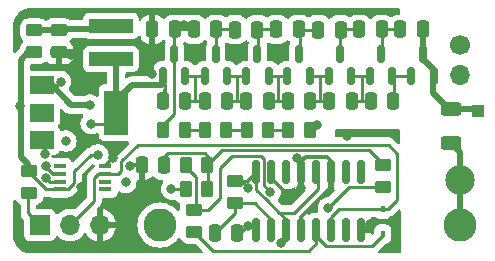
<source format=gbr>
%TF.GenerationSoftware,KiCad,Pcbnew,8.99.0-unknown-2123e2ca9c~177~ubuntu22.04.1*%
%TF.CreationDate,2024-04-04T17:44:23+09:00*%
%TF.ProjectId,SafePulse,53616665-5075-46c7-9365-2e6b69636164,V1.2.4*%
%TF.SameCoordinates,PX78d49e0PY49c7f08*%
%TF.FileFunction,Copper,L1,Top*%
%TF.FilePolarity,Positive*%
%FSLAX46Y46*%
G04 Gerber Fmt 4.6, Leading zero omitted, Abs format (unit mm)*
G04 Created by KiCad (PCBNEW 8.99.0-unknown-2123e2ca9c~177~ubuntu22.04.1) date 2024-04-04 17:44:23*
%MOMM*%
%LPD*%
G01*
G04 APERTURE LIST*
G04 Aperture macros list*
%AMRoundRect*
0 Rectangle with rounded corners*
0 $1 Rounding radius*
0 $2 $3 $4 $5 $6 $7 $8 $9 X,Y pos of 4 corners*
0 Add a 4 corners polygon primitive as box body*
4,1,4,$2,$3,$4,$5,$6,$7,$8,$9,$2,$3,0*
0 Add four circle primitives for the rounded corners*
1,1,$1+$1,$2,$3*
1,1,$1+$1,$4,$5*
1,1,$1+$1,$6,$7*
1,1,$1+$1,$8,$9*
0 Add four rect primitives between the rounded corners*
20,1,$1+$1,$2,$3,$4,$5,0*
20,1,$1+$1,$4,$5,$6,$7,0*
20,1,$1+$1,$6,$7,$8,$9,0*
20,1,$1+$1,$8,$9,$2,$3,0*%
G04 Aperture macros list end*
%TA.AperFunction,SMDPad,CuDef*%
%ADD10RoundRect,0.250000X-0.250000X-0.475000X0.250000X-0.475000X0.250000X0.475000X-0.250000X0.475000X0*%
%TD*%
%TA.AperFunction,SMDPad,CuDef*%
%ADD11RoundRect,0.250000X0.450000X-0.262500X0.450000X0.262500X-0.450000X0.262500X-0.450000X-0.262500X0*%
%TD*%
%TA.AperFunction,ComponentPad*%
%ADD12C,1.700000*%
%TD*%
%TA.AperFunction,ComponentPad*%
%ADD13O,1.700000X1.700000*%
%TD*%
%TA.AperFunction,ComponentPad*%
%ADD14C,2.500000*%
%TD*%
%TA.AperFunction,ComponentPad*%
%ADD15C,2.800000*%
%TD*%
%TA.AperFunction,SMDPad,CuDef*%
%ADD16RoundRect,0.150000X0.150000X-0.587500X0.150000X0.587500X-0.150000X0.587500X-0.150000X-0.587500X0*%
%TD*%
%TA.AperFunction,SMDPad,CuDef*%
%ADD17RoundRect,0.250000X-0.450000X0.262500X-0.450000X-0.262500X0.450000X-0.262500X0.450000X0.262500X0*%
%TD*%
%TA.AperFunction,SMDPad,CuDef*%
%ADD18RoundRect,0.250000X0.262500X0.450000X-0.262500X0.450000X-0.262500X-0.450000X0.262500X-0.450000X0*%
%TD*%
%TA.AperFunction,SMDPad,CuDef*%
%ADD19RoundRect,0.250000X-0.475000X0.250000X-0.475000X-0.250000X0.475000X-0.250000X0.475000X0.250000X0*%
%TD*%
%TA.AperFunction,ComponentPad*%
%ADD20R,1.700000X1.700000*%
%TD*%
%TA.AperFunction,SMDPad,CuDef*%
%ADD21RoundRect,0.250000X-0.625000X0.312500X-0.625000X-0.312500X0.625000X-0.312500X0.625000X0.312500X0*%
%TD*%
%TA.AperFunction,SMDPad,CuDef*%
%ADD22R,3.700000X1.200000*%
%TD*%
%TA.AperFunction,SMDPad,CuDef*%
%ADD23RoundRect,0.250000X-0.262500X-0.450000X0.262500X-0.450000X0.262500X0.450000X-0.262500X0.450000X0*%
%TD*%
%TA.AperFunction,SMDPad,CuDef*%
%ADD24RoundRect,0.150000X0.150000X-0.825000X0.150000X0.825000X-0.150000X0.825000X-0.150000X-0.825000X0*%
%TD*%
%TA.AperFunction,SMDPad,CuDef*%
%ADD25R,2.000000X1.500000*%
%TD*%
%TA.AperFunction,SMDPad,CuDef*%
%ADD26R,2.000000X3.800000*%
%TD*%
%TA.AperFunction,SMDPad,CuDef*%
%ADD27R,0.450000X0.600000*%
%TD*%
%TA.AperFunction,SMDPad,CuDef*%
%ADD28R,1.000000X1.000000*%
%TD*%
%TA.AperFunction,SMDPad,CuDef*%
%ADD29RoundRect,0.250000X0.250000X0.475000X-0.250000X0.475000X-0.250000X-0.475000X0.250000X-0.475000X0*%
%TD*%
%TA.AperFunction,SMDPad,CuDef*%
%ADD30R,1.075000X0.450000*%
%TD*%
%TA.AperFunction,ViaPad*%
%ADD31C,0.800000*%
%TD*%
%TA.AperFunction,Conductor*%
%ADD32C,0.250000*%
%TD*%
%TA.AperFunction,Conductor*%
%ADD33C,0.330200*%
%TD*%
%TA.AperFunction,Conductor*%
%ADD34C,0.500000*%
%TD*%
G04 APERTURE END LIST*
D10*
%TO.P,C11,1*%
%TO.N,Net-(C11-Pad1)*%
X19268666Y12315000D03*
%TO.P,C11,2*%
%TO.N,Net-(C11-Pad2)*%
X21168666Y12315000D03*
%TD*%
D11*
%TO.P,F1,1*%
%TO.N,Net-(F1-Pad1)*%
X900000Y4537500D03*
%TO.P,F1,2*%
%TO.N,+3V3*%
X900000Y6362500D03*
%TD*%
D12*
%TO.P,two_pinheader1,1,Pin_1*%
%TO.N,unconnected-(two_pinheader1-Pad1)*%
X37360000Y17040000D03*
D13*
%TO.P,two_pinheader1,2,Pin_2*%
%TO.N,unconnected-(two_pinheader1-Pad2)*%
X37360000Y14500000D03*
%TD*%
D10*
%TO.P,C9,1*%
%TO.N,Net-(C7-Pad2)*%
X15748333Y12315000D03*
%TO.P,C9,2*%
%TO.N,Net-(C11-Pad1)*%
X17648333Y12315000D03*
%TD*%
D14*
%TO.P,H2,1,1*%
%TO.N,Net-(H2-Pad1)*%
X37360000Y5610000D03*
%TD*%
D15*
%TO.P,H4,1,1*%
%TO.N,Net-(H2-Pad1)*%
X37360000Y1800000D03*
%TD*%
D16*
%TO.P,D8,1,K*%
%TO.N,Net-(C15-Pad2)*%
X29750000Y14427500D03*
%TO.P,D8,2,A*%
%TO.N,Net-(C17-Pad2)*%
X31650000Y14427500D03*
%TO.P,D8,3,K*%
%TO.N,Net-(C16-Pad2)*%
X30700000Y16302500D03*
%TD*%
%TO.P,D4,1,K*%
%TO.N,Net-(C7-Pad2)*%
X15750000Y14427500D03*
%TO.P,D4,2,A*%
%TO.N,Net-(C11-Pad1)*%
X17650000Y14427500D03*
%TO.P,D4,3,K*%
%TO.N,Net-(C10-Pad1)*%
X16700000Y16302500D03*
%TD*%
D10*
%TO.P,C12,1*%
%TO.N,Net-(C10-Pad2)*%
X21830000Y18365000D03*
%TO.P,C12,2*%
%TO.N,Net-(C12-Pad2)*%
X23730000Y18365000D03*
%TD*%
%TO.P,C13,1*%
%TO.N,Net-(C11-Pad2)*%
X22788999Y12315000D03*
%TO.P,C13,2*%
%TO.N,Net-(C13-Pad2)*%
X24688999Y12315000D03*
%TD*%
D17*
%TO.P,R17,1*%
%TO.N,Net-(C19-Pad1)*%
X30820000Y6845000D03*
%TO.P,R17,2*%
%TO.N,Net-(Q3-Pad2)*%
X30820000Y5020000D03*
%TD*%
D10*
%TO.P,C10,1*%
%TO.N,Net-(C10-Pad1)*%
X18320000Y18355000D03*
%TO.P,C10,2*%
%TO.N,Net-(C10-Pad2)*%
X20220000Y18355000D03*
%TD*%
D16*
%TO.P,D3,1,K*%
%TO.N,Net-(C7-Pad1)*%
X12228000Y14451500D03*
%TO.P,D3,2,A*%
%TO.N,Net-(C7-Pad2)*%
X14128000Y14451500D03*
%TO.P,D3,3,K*%
%TO.N,Net-(C6-Pad2)*%
X13178000Y16326500D03*
%TD*%
D18*
%TO.P,R8,1*%
%TO.N,Net-(R7-Pad2)*%
X21124498Y9845000D03*
%TO.P,R8,2*%
%TO.N,Net-(R8-Pad2)*%
X19299498Y9845000D03*
%TD*%
D11*
%TO.P,FB2,1*%
%TO.N,+3V3*%
X1320000Y16452500D03*
%TO.P,FB2,2*%
%TO.N,Net-(C5-Pad1)*%
X1320000Y18277500D03*
%TD*%
D18*
%TO.P,R7,1*%
%TO.N,Net-(R23-Pad1)*%
X24651499Y9845000D03*
%TO.P,R7,2*%
%TO.N,Net-(R7-Pad2)*%
X22826499Y9845000D03*
%TD*%
D17*
%TO.P,R6,1*%
%TO.N,Net-(R6-Pad1)*%
X18320000Y5507500D03*
%TO.P,R6,2*%
%TO.N,Net-(C3-Pad1)*%
X18320000Y3682500D03*
%TD*%
D10*
%TO.P,C15,1*%
%TO.N,Net-(C13-Pad2)*%
X26309332Y12315000D03*
%TO.P,C15,2*%
%TO.N,Net-(C15-Pad2)*%
X28209332Y12315000D03*
%TD*%
D16*
%TO.P,D6,1,K*%
%TO.N,Net-(C11-Pad2)*%
X22750000Y14427500D03*
%TO.P,D6,2,A*%
%TO.N,Net-(C13-Pad2)*%
X24650000Y14427500D03*
%TO.P,D6,3,K*%
%TO.N,Net-(C12-Pad2)*%
X23700000Y16302500D03*
%TD*%
D15*
%TO.P,H1,1,1*%
%TO.N,Net-(H1-Pad1)*%
X11960000Y1800000D03*
%TD*%
D16*
%TO.P,D7,1,K*%
%TO.N,Net-(C13-Pad2)*%
X26250000Y14427500D03*
%TO.P,D7,2,A*%
%TO.N,Net-(C15-Pad2)*%
X28150000Y14427500D03*
%TO.P,D7,3,K*%
%TO.N,Net-(C14-Pad2)*%
X27200000Y16302500D03*
%TD*%
D10*
%TO.P,C6,1*%
%TO.N,GND*%
X11330000Y18375000D03*
%TO.P,C6,2*%
%TO.N,Net-(C6-Pad2)*%
X13230000Y18375000D03*
%TD*%
D19*
%TO.P,C5,1*%
%TO.N,Net-(C5-Pad1)*%
X3400000Y18315000D03*
%TO.P,C5,2*%
%TO.N,GND*%
X3400000Y16415000D03*
%TD*%
D20*
%TO.P,J1,1,Pin_1*%
%TO.N,Net-(F1-Pad1)*%
X1800000Y1800000D03*
D13*
%TO.P,J1,2,Pin_2*%
%TO.N,Net-(D2-Pad2)*%
X4340000Y1800000D03*
%TO.P,J1,3,Pin_3*%
%TO.N,GND*%
X6880000Y1800000D03*
%TD*%
D21*
%TO.P,R1,1*%
%TO.N,Net-(C18-Pad2)*%
X36598000Y11644500D03*
%TO.P,R1,2*%
%TO.N,Net-(H2-Pad1)*%
X36598000Y8719500D03*
%TD*%
D10*
%TO.P,C17,1*%
%TO.N,Net-(C15-Pad2)*%
X29829665Y12315000D03*
%TO.P,C17,2*%
%TO.N,Net-(C17-Pad2)*%
X31729665Y12315000D03*
%TD*%
D18*
%TO.P,R18,1*%
%TO.N,Net-(C19-Pad1)*%
X15982500Y4845000D03*
%TO.P,R18,2*%
%TO.N,+3V3*%
X14157500Y4845000D03*
%TD*%
D10*
%TO.P,C7,1*%
%TO.N,Net-(C7-Pad1)*%
X12228000Y12315000D03*
%TO.P,C7,2*%
%TO.N,Net-(C7-Pad2)*%
X14128000Y12315000D03*
%TD*%
%TO.P,C14,1*%
%TO.N,Net-(C12-Pad2)*%
X25360000Y18355000D03*
%TO.P,C14,2*%
%TO.N,Net-(C14-Pad2)*%
X27260000Y18355000D03*
%TD*%
D22*
%TO.P,L1,1,1*%
%TO.N,Net-(C5-Pad1)*%
X7800000Y18665000D03*
%TO.P,L1,2,2*%
%TO.N,Net-(C7-Pad1)*%
X7800000Y15865000D03*
%TD*%
D11*
%TO.P,R11,1*%
%TO.N,Net-(D2-Pad1)*%
X14850000Y1237500D03*
%TO.P,R11,2*%
%TO.N,Net-(Q2-Pad3)*%
X14850000Y3062500D03*
%TD*%
D23*
%TO.P,R10,1*%
%TO.N,Net-(C6-Pad2)*%
X12245500Y9845000D03*
%TO.P,R10,2*%
%TO.N,Net-(R10-Pad2)*%
X14070500Y9845000D03*
%TD*%
D10*
%TO.P,C18,1*%
%TO.N,Net-(C16-Pad2)*%
X32320000Y18365000D03*
%TO.P,C18,2*%
%TO.N,Net-(C18-Pad2)*%
X34220000Y18365000D03*
%TD*%
D18*
%TO.P,R9,1*%
%TO.N,Net-(R8-Pad2)*%
X17597499Y9845000D03*
%TO.P,R9,2*%
%TO.N,Net-(R10-Pad2)*%
X15772499Y9845000D03*
%TD*%
%TO.P,R13,1*%
%TO.N,Net-(C19-Pad1)*%
X15982500Y6845000D03*
%TO.P,R13,2*%
%TO.N,Net-(Q2-Pad3)*%
X14157500Y6845000D03*
%TD*%
D10*
%TO.P,C16,1*%
%TO.N,Net-(C14-Pad2)*%
X28840000Y18365000D03*
%TO.P,C16,2*%
%TO.N,Net-(C16-Pad2)*%
X30740000Y18365000D03*
%TD*%
D24*
%TO.P,U4,1,VSS*%
%TO.N,GND*%
X20125000Y1370000D03*
%TO.P,U4,2,RxCx*%
%TO.N,Net-(C3-Pad1)*%
X21395000Y1370000D03*
%TO.P,U4,3,R*%
%TO.N,Net-(R6-Pad1)*%
X22665000Y1370000D03*
%TO.P,U4,4,Clk+*%
%TO.N,GND*%
X23935000Y1370000D03*
%TO.P,U4,5,Clk-*%
%TO.N,Net-(D2-Pad1)*%
X25205000Y1370000D03*
%TO.P,U4,6,Q*%
%TO.N,Net-(D2-Pad2)*%
X26475000Y1370000D03*
%TO.P,U4,7,~{Q}*%
%TO.N,unconnected-(U4-Pad7)*%
X27745000Y1370000D03*
%TO.P,U4,8,VSS*%
%TO.N,GND*%
X29015000Y1370000D03*
%TO.P,U4,9,~{Q}*%
%TO.N,unconnected-(U4-Pad9)*%
X29015000Y6320000D03*
%TO.P,U4,10,Q*%
%TO.N,unconnected-(U4-Pad10)*%
X27745000Y6320000D03*
%TO.P,U4,11,Clk-*%
%TO.N,GND*%
X26475000Y6320000D03*
%TO.P,U4,12,Clk+*%
%TO.N,Net-(R6-Pad1)*%
X25205000Y6320000D03*
%TO.P,U4,13,R*%
%TO.N,GND*%
X23935000Y6320000D03*
%TO.P,U4,14,RxCx*%
%TO.N,unconnected-(U4-Pad14)*%
X22665000Y6320000D03*
%TO.P,U4,15,VSS*%
%TO.N,GND*%
X21395000Y6320000D03*
%TO.P,U4,16,VDD*%
%TO.N,Net-(R6-Pad1)*%
X20125000Y6320000D03*
%TD*%
D25*
%TO.P,Q1,1,G*%
%TO.N,Net-(Q1-Pad1)*%
X1976000Y13625000D03*
%TO.P,Q1,3,S*%
%TO.N,GND*%
X1976000Y9025000D03*
D26*
%TO.P,Q1,4,D*%
%TO.N,Net-(C7-Pad1)*%
X8276000Y11325000D03*
D25*
%TO.P,Q1,NC*%
%TO.N,N/C*%
X1976000Y11325000D03*
%TD*%
D16*
%TO.P,D9,1,K*%
%TO.N,Net-(C17-Pad2)*%
X33250000Y14427500D03*
%TO.P,D9,2,A*%
%TO.N,Net-(C18-Pad2)*%
X35150000Y14427500D03*
%TO.P,D9,3,K*%
X34200000Y16302500D03*
%TD*%
D27*
%TO.P,D2,1,K*%
%TO.N,Net-(D2-Pad1)*%
X30820000Y1045000D03*
%TO.P,D2,2,A*%
%TO.N,Net-(D2-Pad2)*%
X30820000Y3145000D03*
%TD*%
D28*
%TO.P,TP7,1,1*%
%TO.N,Net-(C18-Pad2)*%
X38884000Y11452000D03*
%TD*%
D29*
%TO.P,C19,1*%
%TO.N,Net-(C19-Pad1)*%
X12320000Y6845000D03*
%TO.P,C19,2*%
%TO.N,GND*%
X10420000Y6845000D03*
%TD*%
D10*
%TO.P,C8,1*%
%TO.N,Net-(C6-Pad2)*%
X14830000Y18375000D03*
%TO.P,C8,2*%
%TO.N,Net-(C10-Pad1)*%
X16730000Y18375000D03*
%TD*%
D16*
%TO.P,D5,1,K*%
%TO.N,Net-(C11-Pad1)*%
X19268666Y14427500D03*
%TO.P,D5,2,A*%
%TO.N,Net-(C11-Pad2)*%
X21168666Y14427500D03*
%TO.P,D5,3,K*%
%TO.N,Net-(C10-Pad2)*%
X20218666Y16302500D03*
%TD*%
D30*
%TO.P,IC1,1,~RST*%
%TO.N,unconnected-(IC1-Pad1)*%
X7338000Y4825000D03*
%TO.P,IC1,2,NC*%
%TO.N,unconnected-(IC1-Pad2)*%
X7338000Y5475000D03*
%TO.P,IC1,3,CLKIN*%
%TO.N,Net-(D2-Pad2)*%
X7338000Y6125000D03*
%TO.P,IC1,4,VSS*%
%TO.N,GND*%
X7338000Y6775000D03*
%TO.P,IC1,5,LOOP*%
%TO.N,unconnected-(IC1-Pad5)*%
X3462000Y6775000D03*
%TO.P,IC1,6,SDA*%
%TO.N,Net-(IC1-Pad6)*%
X3462000Y6125000D03*
%TO.P,IC1,7,SCL*%
%TO.N,Net-(IC1-Pad7)*%
X3462000Y5475000D03*
%TO.P,IC1,8,VDD*%
%TO.N,+3V3*%
X3462000Y4825000D03*
%TD*%
D10*
%TO.P,C3,1*%
%TO.N,Net-(C3-Pad1)*%
X16620000Y1095000D03*
%TO.P,C3,2*%
%TO.N,GND*%
X18520000Y1095000D03*
%TD*%
D31*
%TO.N,GND*%
X19446747Y1733798D03*
X18500000Y16251183D03*
X27800000Y9365000D03*
X23550000Y7463500D03*
X2250000Y7800000D03*
X15000000Y16300000D03*
X22161441Y16315130D03*
X11301303Y14625832D03*
X29750000Y1850000D03*
X7950000Y7450000D03*
X23900000Y4900000D03*
X5300000Y5000000D03*
X9400000Y6800000D03*
X4450000Y16200000D03*
%TO.N,Net-(C7-Pad1)*%
X6150000Y10400000D03*
%TO.N,+3V3*%
X100000Y11900000D03*
X12934500Y4848000D03*
X9064700Y5423900D03*
X6700000Y7750000D03*
%TO.N,Net-(Q2-Pad3)*%
X21320000Y4595000D03*
%TO.N,Net-(Q1-Pad1)*%
X6030000Y11970000D03*
X3550000Y13950000D03*
%TO.N,Net-(Q3-Pad2)*%
X26219800Y3233400D03*
%TO.N,Net-(C6-Pad2)*%
X14000000Y18700000D03*
%TO.N,Net-(R23-Pad1)*%
X25300000Y10300000D03*
%TO.N,Net-(IC1-Pad6)*%
X2300000Y6800000D03*
%TO.N,Net-(IC1-Pad7)*%
X4000000Y8900000D03*
X2300000Y5800000D03*
%TO.N,Net-(R6-Pad1)*%
X19450000Y4950000D03*
X22250000Y251500D03*
%TD*%
D32*
%TO.N,Net-(C3-Pad1)*%
X16620000Y1095000D02*
X18320000Y2795000D01*
X21395000Y2270000D02*
X19982500Y3682500D01*
X21395000Y670000D02*
X21395000Y1370000D01*
X18320000Y2795000D02*
X18320000Y3682500D01*
X21395000Y1370000D02*
X21395000Y2270000D01*
X19982500Y3682500D02*
X18320000Y3682500D01*
D33*
%TO.N,GND*%
X2250000Y7800000D02*
X2250000Y8751000D01*
X11320000Y14644529D02*
X11320000Y18335000D01*
X23900000Y4900000D02*
X23345000Y4345000D01*
D32*
X2346000Y9025000D02*
X2390000Y9025000D01*
D33*
X26475000Y6320000D02*
X26475000Y5000000D01*
X23935000Y2460000D02*
X23935000Y1370000D01*
X29750000Y1850000D02*
X29270000Y1370000D01*
X19446747Y1733798D02*
X18807949Y1095000D01*
X11301303Y14625832D02*
X11320000Y14644529D01*
D32*
X2346000Y9025000D02*
X2390000Y9025000D01*
D33*
X9445000Y6845000D02*
X10420000Y6845000D01*
X18807949Y1095000D02*
X18520000Y1095000D01*
D32*
X2390000Y9025000D02*
X2727000Y9025000D01*
D33*
X21395000Y5770000D02*
X21395000Y6320000D01*
X7338000Y6838000D02*
X7338000Y6775000D01*
X29270000Y1370000D02*
X29015000Y1370000D01*
X24300000Y7595000D02*
X26130000Y7595000D01*
X22820000Y4345000D02*
X21395000Y5770000D01*
D34*
X4450000Y16200000D02*
X4015000Y16200000D01*
D33*
X11320000Y18335000D02*
X11350000Y18365000D01*
X20125000Y1370000D02*
X20125000Y675000D01*
D32*
X1976000Y9025000D02*
X2346000Y9025000D01*
D34*
X4015000Y16200000D02*
X3800000Y16415000D01*
D32*
X1976000Y9025000D02*
X2346000Y9025000D01*
D33*
X23820000Y1485000D02*
X23935000Y1370000D01*
X20125000Y1370000D02*
X19761202Y1733798D01*
X2250000Y8751000D02*
X1976000Y9025000D01*
X19761202Y1733798D02*
X19446747Y1733798D01*
X11350000Y18365000D02*
X11350000Y18715000D01*
X26130000Y7595000D02*
X26475000Y7250000D01*
X11350000Y18365000D02*
X11350000Y18625000D01*
X23935000Y7230000D02*
X24300000Y7595000D01*
X7950000Y7450000D02*
X7338000Y6838000D01*
X9400000Y6800000D02*
X9445000Y6845000D01*
X26475000Y7250000D02*
X26475000Y6320000D01*
X23345000Y4345000D02*
X22820000Y4345000D01*
X26475000Y5000000D02*
X23935000Y2460000D01*
D32*
X1976000Y9025000D02*
X2346000Y9025000D01*
D33*
X23935000Y6320000D02*
X23935000Y7230000D01*
D34*
%TO.N,Net-(C7-Pad1)*%
X8276000Y13301000D02*
X8276000Y15489000D01*
D32*
X7868000Y15897000D02*
X7800000Y15965000D01*
X12350000Y13335000D02*
X12350000Y12365000D01*
X6150000Y10400000D02*
X7351000Y10400000D01*
X12388000Y13709000D02*
X12388000Y13373000D01*
D34*
X8276000Y11325000D02*
X8276000Y13301000D01*
D32*
X7800000Y15965000D02*
X7909000Y15965000D01*
X12173000Y13639000D02*
X12243000Y13709000D01*
D34*
X9614000Y13639000D02*
X8276000Y12301000D01*
D32*
X6700000Y15965000D02*
X7800000Y15965000D01*
X8276000Y13301000D02*
X8276000Y11325000D01*
D34*
X12173000Y13639000D02*
X9614000Y13639000D01*
D32*
X12388000Y13373000D02*
X12350000Y13335000D01*
X12304000Y13769600D02*
X12304000Y14451500D01*
X12243000Y13709000D02*
X12388000Y13709000D01*
X12388000Y13373000D02*
X12388000Y13037000D01*
X7351000Y10400000D02*
X8276000Y11325000D01*
X12243000Y13709000D02*
X12304000Y13769600D01*
X7868000Y15897000D02*
X7800000Y15965000D01*
X8276000Y15489000D02*
X7868000Y15897000D01*
D34*
X8276000Y12301000D02*
X8276000Y11325000D01*
D32*
%TO.N,Net-(C7-Pad2)*%
X14929500Y12337500D02*
X14907000Y12315000D01*
X15748333Y12315000D02*
X14907000Y12315000D01*
X14929500Y14451500D02*
X15724333Y14451500D01*
X14907000Y12315000D02*
X14128000Y12315000D01*
X15928000Y14506000D02*
X15850000Y14427500D01*
X14929500Y14451500D02*
X14929500Y12337500D01*
X14128000Y14451500D02*
X14929500Y14451500D01*
X15826000Y14451500D02*
X15850000Y14427500D01*
X15724333Y14451500D02*
X15748333Y14427500D01*
%TO.N,+3V3*%
X4203623Y4825000D02*
X4700000Y5321377D01*
X1300000Y16452500D02*
X691000Y16452500D01*
X6100000Y7750000D02*
X6700000Y7750000D01*
X12934500Y4848000D02*
X12937500Y4845000D01*
X12937500Y4845000D02*
X14245500Y4845000D01*
X2353623Y4825000D02*
X3462000Y4825000D01*
D34*
X200000Y12000000D02*
X200000Y15809000D01*
D32*
X4700000Y6350000D02*
X6100000Y7750000D01*
X3462000Y4825000D02*
X4203623Y4825000D01*
X4700000Y5321377D02*
X4700000Y6350000D01*
X900000Y6278623D02*
X2353623Y4825000D01*
D34*
X200000Y11800000D02*
X200000Y7600000D01*
X800000Y7000000D02*
X800000Y6712500D01*
X100000Y11900000D02*
X200000Y12000000D01*
X200000Y15809000D02*
X823500Y16432500D01*
X100000Y11900000D02*
X200000Y11800000D01*
D32*
X900000Y6362500D02*
X900000Y6278623D01*
X691000Y16452500D02*
X1300000Y16452500D01*
D34*
X200000Y7600000D02*
X800000Y7000000D01*
X823500Y16432500D02*
X1320000Y16432500D01*
D32*
%TO.N,Net-(Q2-Pad3)*%
X14850000Y3062500D02*
X16062500Y3062500D01*
X17070000Y6635000D02*
X18100000Y7665000D01*
X18100000Y7665000D02*
X20500000Y7665000D01*
X15050000Y5865000D02*
X15050000Y2777500D01*
X20750000Y5165000D02*
X21320000Y4595000D01*
X15050000Y2777500D02*
X15070000Y2757500D01*
X14157500Y6757500D02*
X15050000Y5865000D01*
X16062500Y3062500D02*
X17070000Y4070000D01*
X17070000Y4070000D02*
X17070000Y6635000D01*
X14157500Y6845000D02*
X14157500Y6757500D01*
X20500000Y7665000D02*
X20750000Y7415000D01*
X20750000Y7415000D02*
X20750000Y5165000D01*
%TO.N,Net-(Q1-Pad1)*%
X3225000Y13625000D02*
X3550000Y13950000D01*
X2077000Y13625000D02*
X1976000Y13625000D01*
D34*
X4445000Y11970000D02*
X6030000Y11970000D01*
D32*
X2790000Y13625000D02*
X2077000Y13625000D01*
D34*
X2790000Y13625000D02*
X4445000Y11970000D01*
D32*
X2077000Y13625000D02*
X1976000Y13625000D01*
X1976000Y13625000D02*
X3225000Y13625000D01*
%TO.N,Net-(D2-Pad1)*%
X14850000Y1237500D02*
X16487500Y-400000D01*
X26050000Y0D02*
X25205000Y845000D01*
X30820000Y920000D02*
X29900000Y0D01*
X24550000Y-400000D02*
X25205000Y255000D01*
X16487500Y-400000D02*
X24550000Y-400000D01*
X30820000Y1045000D02*
X30820000Y920000D01*
X25205000Y255000D02*
X25205000Y1370000D01*
X29900000Y0D02*
X26050000Y0D01*
X30800000Y1025000D02*
X30820000Y1045000D01*
X25205000Y845000D02*
X25205000Y1370000D01*
D34*
%TO.N,Net-(H2-Pad1)*%
X37360000Y7957500D02*
X37360000Y5610000D01*
X36598000Y8719500D02*
X37360000Y7957500D01*
X37360000Y5610000D02*
X37360000Y1800000D01*
D32*
%TO.N,Net-(R8-Pad2)*%
X17820000Y9845000D02*
X17820500Y9845000D01*
X17820500Y9845000D02*
X19657500Y9845000D01*
X19657500Y9845000D02*
X19658000Y9845000D01*
%TO.N,Net-(C19-Pad1)*%
X16070000Y6932500D02*
X15982500Y6845000D01*
X15982000Y6845000D02*
X15982300Y6844800D01*
X12320000Y6845000D02*
X12320000Y7595000D01*
X30820000Y6845000D02*
X30820000Y6995000D01*
X16070000Y7595000D02*
X16070000Y6932500D01*
X15750000Y7915000D02*
X16070000Y7595000D01*
X16070000Y6757500D02*
X16070000Y5889000D01*
X30820000Y6995000D02*
X29700000Y8115000D01*
X17252000Y8115000D02*
X15982000Y6845000D01*
X12320000Y7595000D02*
X12640000Y7915000D01*
X16070000Y5801300D02*
X16070000Y4845000D01*
X12640000Y7915000D02*
X15750000Y7915000D01*
X15982300Y6844800D02*
X16070000Y6757500D01*
X15982500Y6845000D02*
X15982300Y6844800D01*
X29700000Y8115000D02*
X17252000Y8115000D01*
%TO.N,Net-(D2-Pad2)*%
X31320000Y8595000D02*
X32070000Y7845000D01*
X6400000Y5802522D02*
X6400000Y3850000D01*
X8425000Y6125000D02*
X8700000Y6400000D01*
X6400000Y3850000D02*
X6390000Y3850000D01*
X31297300Y3145000D02*
X30820000Y3145000D01*
X8700000Y7200000D02*
X10095000Y8595000D01*
X27120000Y3145000D02*
X26475000Y2500000D01*
X10095000Y8595000D02*
X31320000Y8595000D01*
X7338000Y6125000D02*
X6722478Y6125000D01*
X4525000Y1800000D02*
X4340000Y1800000D01*
X6722478Y6125000D02*
X6400000Y5802522D01*
X6390000Y3850000D02*
X4340000Y1800000D01*
X32070000Y3917700D02*
X31297300Y3145000D01*
X30820000Y3145000D02*
X27120000Y3145000D01*
X32070000Y7845000D02*
X32070000Y3917700D01*
X7338000Y6125000D02*
X8425000Y6125000D01*
X26475000Y2500000D02*
X26475000Y1370000D01*
X8700000Y6400000D02*
X8700000Y7200000D01*
%TO.N,Net-(F1-Pad1)*%
X1800000Y2115000D02*
X1800000Y1800000D01*
X800000Y4887500D02*
X800000Y2800000D01*
X800000Y2800000D02*
X1800000Y1800000D01*
%TO.N,Net-(R10-Pad2)*%
X15995000Y9845000D02*
X15995500Y9845000D01*
X14070000Y9845000D02*
X14070500Y9845000D01*
X14070500Y9845000D02*
X15995000Y9845000D01*
D34*
%TO.N,Net-(C5-Pad1)*%
X7100000Y18365000D02*
X7200000Y18465000D01*
X3800000Y18115000D02*
X4050000Y18365000D01*
D32*
X3762000Y18277500D02*
X3800000Y18315000D01*
D34*
X3800000Y18315000D02*
X3800000Y18115000D01*
X4050000Y18365000D02*
X7100000Y18365000D01*
X1300000Y18277500D02*
X3762000Y18277500D01*
D32*
X7350000Y18315000D02*
X7800000Y18765000D01*
%TO.N,Net-(Q3-Pad2)*%
X28006400Y5020000D02*
X30820000Y5020000D01*
X26219800Y3233400D02*
X28006400Y5020000D01*
%TO.N,Net-(R7-Pad2)*%
X21482000Y9845000D02*
X21482500Y9845000D01*
X21124498Y9845000D02*
X22826499Y9845000D01*
%TO.N,Net-(C6-Pad2)*%
X14869000Y18365000D02*
X14888000Y18365000D01*
X14840000Y18365000D02*
X14850000Y18365000D01*
X14850000Y18365000D02*
X14869000Y18365000D01*
X12245500Y9845000D02*
X12245500Y10245500D01*
X13178000Y16326500D02*
X13178000Y18323000D01*
X13320000Y16260500D02*
X13254000Y16326500D01*
X12245000Y10057500D02*
X12245000Y10270000D01*
X12245000Y10057500D02*
X12245500Y10057000D01*
X12245000Y9845000D02*
X12245000Y10057500D01*
X13212000Y18365000D02*
X13250000Y18365000D01*
X12245500Y10057000D02*
X12245500Y9845000D01*
X13178000Y18323000D02*
X13230000Y18375000D01*
X13250000Y18365000D02*
X14850000Y18365000D01*
X13254000Y16785400D02*
X13212000Y16827400D01*
X14888000Y18365000D02*
X15163000Y18365000D01*
X13178000Y11178000D02*
X13178000Y16326500D01*
X15050000Y18165000D02*
X14850000Y18365000D01*
X12245500Y10245500D02*
X13178000Y11178000D01*
X13254000Y16326500D02*
X13254000Y16785400D01*
%TO.N,Net-(C10-Pad1)*%
X16750000Y18365000D02*
X18350000Y18365000D01*
X16712000Y16390000D02*
X16712000Y18365000D01*
X18350000Y18365000D02*
X18388000Y18365000D01*
X16800000Y16302500D02*
X16712000Y16390000D01*
X16712000Y18365000D02*
X16750000Y18365000D01*
%TO.N,Net-(C11-Pad1)*%
X18491500Y14427500D02*
X17648333Y14427500D01*
X17648333Y12315000D02*
X18463000Y12315000D01*
X19350000Y12365000D02*
X19388000Y12365000D01*
X19268666Y14427500D02*
X18491500Y14427500D01*
X17800000Y12365000D02*
X17838000Y12365000D01*
X18491500Y14427500D02*
X18491500Y12343500D01*
X18491500Y12343500D02*
X18463000Y12315000D01*
X18463000Y12315000D02*
X19268666Y12315000D01*
%TO.N,Net-(C10-Pad2)*%
X20300000Y16302500D02*
X20300000Y18277500D01*
X20388000Y18365000D02*
X20300000Y18277500D01*
X20300000Y18277500D02*
X20231100Y18345900D01*
X20231100Y18345900D02*
X20212000Y18364800D01*
X21888000Y18365000D02*
X21850000Y18365000D01*
X20250000Y18365000D02*
X20231100Y18346100D01*
X21850000Y18365000D02*
X20388000Y18365000D01*
X20231100Y18346100D02*
X20231100Y18345900D01*
%TO.N,Net-(C11-Pad2)*%
X21938500Y14427500D02*
X21938500Y12395500D01*
X21168666Y12315000D02*
X22019000Y12315000D01*
X22019000Y12315000D02*
X22788999Y12315000D01*
X21168666Y14427500D02*
X21938500Y14427500D01*
X21938500Y12395500D02*
X22019000Y12315000D01*
X21938500Y14427500D02*
X22788999Y14427500D01*
%TO.N,Net-(C12-Pad2)*%
X23750000Y18365000D02*
X23800000Y18315000D01*
X25300000Y18277500D02*
X25368900Y18345900D01*
X25368900Y18345900D02*
X25388000Y18364800D01*
X25350000Y18365000D02*
X25368900Y18346100D01*
X23800000Y16302500D02*
X23800000Y18277500D01*
X23800000Y18277500D02*
X25300000Y18277500D01*
X25368900Y18346100D02*
X25368900Y18345900D01*
X23800000Y18315000D02*
X23800000Y18277500D01*
%TO.N,Net-(C13-Pad2)*%
X25476500Y14427500D02*
X25476500Y12343500D01*
X24688999Y12315000D02*
X25448000Y12315000D01*
X24688999Y14427500D02*
X25476500Y14427500D01*
X25476500Y14427500D02*
X26309332Y14427500D01*
X25448000Y12315000D02*
X26309332Y12315000D01*
X25476500Y12343500D02*
X25448000Y12315000D01*
%TO.N,Net-(C14-Pad2)*%
X28938000Y18365000D02*
X28976000Y18365000D01*
X27300000Y16302500D02*
X27212000Y16390000D01*
X27212000Y16390000D02*
X27212000Y18365000D01*
X27212000Y18365000D02*
X27250000Y18365000D01*
X27250000Y18365000D02*
X28938000Y18365000D01*
%TO.N,Net-(C15-Pad2)*%
X28209332Y12315000D02*
X29079000Y12315000D01*
X29050500Y12343500D02*
X29079000Y12315000D01*
X29050500Y14427500D02*
X29050500Y12343500D01*
X28209332Y14427500D02*
X29050500Y14427500D01*
X29079000Y12315000D02*
X29829665Y12315000D01*
X29050500Y14427500D02*
X29829665Y14427500D01*
%TO.N,Net-(C16-Pad2)*%
X30838000Y18365000D02*
X30800000Y18365000D01*
X30800000Y18365000D02*
X30800000Y16302500D01*
X32388000Y18365000D02*
X32350000Y18365000D01*
X32350000Y18365000D02*
X30838000Y18365000D01*
%TO.N,Net-(C17-Pad2)*%
X33350000Y14427500D02*
X31750000Y14427500D01*
X31838000Y12365000D02*
X31800000Y12365000D01*
X31750000Y12415500D02*
X31750000Y14427500D01*
X31800000Y12365000D02*
X31750000Y12415500D01*
D34*
%TO.N,Net-(C18-Pad2)*%
X35150000Y14950000D02*
X35150000Y14427500D01*
D32*
X38691500Y11644500D02*
X38884000Y11452000D01*
D34*
X36598000Y11644500D02*
X38691500Y11644500D01*
X34200000Y16302500D02*
X34250000Y16352500D01*
X34200000Y16302500D02*
X34200000Y15900000D01*
D32*
X34300000Y18277500D02*
X34212000Y18364800D01*
D34*
X34200000Y15900000D02*
X35150000Y14950000D01*
X36598000Y11452000D02*
X35100000Y12950000D01*
X34250000Y16352500D02*
X34250000Y18365000D01*
D32*
X35300000Y14477500D02*
X35250000Y14427500D01*
X34250000Y16352500D02*
X34300000Y16302500D01*
D34*
X35100000Y12950000D02*
X35100000Y14277500D01*
D32*
%TO.N,Net-(R23-Pad1)*%
X25300000Y10250000D02*
X25232500Y10182500D01*
X25300000Y10300000D02*
X25300000Y10250000D01*
%TO.N,Net-(IC1-Pad6)*%
X2896377Y6125000D02*
X3462000Y6125000D01*
X2300000Y6721377D02*
X2896377Y6125000D01*
X2300000Y6800000D02*
X2300000Y6721377D01*
%TO.N,Net-(IC1-Pad7)*%
X2625000Y5475000D02*
X2300000Y5800000D01*
X3462000Y5475000D02*
X2625000Y5475000D01*
%TO.N,Net-(R6-Pad1)*%
X20945000Y3970000D02*
X22665000Y2250000D01*
X25320000Y4845000D02*
X25320000Y6205000D01*
X18320000Y5507500D02*
X19312500Y5507500D01*
X22250000Y251500D02*
X22665000Y666500D01*
X22570000Y1465000D02*
X22665000Y1370000D01*
X20945000Y3970000D02*
X22070000Y2845000D01*
X23320000Y2845000D02*
X25320000Y4845000D01*
X19312500Y5507500D02*
X20125000Y6320000D01*
X20125000Y6320000D02*
X20125000Y4790000D01*
X25320000Y6205000D02*
X25205000Y6320000D01*
X20125000Y4790000D02*
X20945000Y3970000D01*
X22665000Y2250000D02*
X22665000Y1370000D01*
X18892500Y5507500D02*
X19450000Y4950000D01*
X22665000Y666500D02*
X22665000Y1370000D01*
X22070000Y2845000D02*
X23320000Y2845000D01*
X18320000Y5507500D02*
X18892500Y5507500D01*
%TD*%
%TA.AperFunction,Conductor*%
%TO.N,GND*%
G36*
X10616121Y7078998D02*
G01*
X10662614Y7025342D01*
X10674000Y6973000D01*
X10674000Y5612000D01*
X10720517Y5612000D01*
X10720516Y5612001D01*
X10824318Y5622606D01*
X10824321Y5622607D01*
X10992525Y5678343D01*
X11143339Y5771366D01*
X11143345Y5771371D01*
X11268624Y5896650D01*
X11270832Y5899442D01*
X11272837Y5900863D01*
X11273825Y5901850D01*
X11273993Y5901682D01*
X11328768Y5940478D01*
X11399693Y5943677D01*
X11461088Y5908024D01*
X11468515Y5899453D01*
X11470974Y5896343D01*
X11596341Y5770976D01*
X11596347Y5770971D01*
X11596348Y5770970D01*
X11747262Y5677885D01*
X11915574Y5622113D01*
X12019455Y5611500D01*
X12116452Y5611501D01*
X12184571Y5591500D01*
X12231064Y5537844D01*
X12241169Y5467571D01*
X12211676Y5402989D01*
X12210090Y5401193D01*
X12195461Y5384946D01*
X12195458Y5384942D01*
X12099976Y5219562D01*
X12099973Y5219555D01*
X12040957Y5037928D01*
X12020996Y4848000D01*
X12040957Y4658073D01*
X12071026Y4565530D01*
X12099973Y4476444D01*
X12099976Y4476439D01*
X12195458Y4311059D01*
X12195465Y4311049D01*
X12323244Y4169136D01*
X12356767Y4144780D01*
X12477748Y4056882D01*
X12652212Y3979206D01*
X12839013Y3939500D01*
X13029991Y3939500D01*
X13138235Y3962510D01*
X13168894Y3969026D01*
X13239685Y3963625D01*
X13290605Y3926363D01*
X13290780Y3926537D01*
X13291909Y3925408D01*
X13293927Y3923931D01*
X13295971Y3921346D01*
X13421341Y3795976D01*
X13421347Y3795971D01*
X13421348Y3795970D01*
X13572262Y3702885D01*
X13591329Y3696567D01*
X13649700Y3656153D01*
X13676955Y3590596D01*
X13671300Y3537332D01*
X13652114Y3479431D01*
X13652112Y3479421D01*
X13641500Y3375554D01*
X13641500Y3117015D01*
X13621498Y3048894D01*
X13567842Y3002401D01*
X13497568Y2992297D01*
X13432988Y3021791D01*
X13414632Y3041506D01*
X13406036Y3052989D01*
X13406028Y3052998D01*
X13212997Y3246029D01*
X13212988Y3246037D01*
X12994452Y3409631D01*
X12994450Y3409632D01*
X12994449Y3409633D01*
X12754845Y3540467D01*
X12754844Y3540468D01*
X12499052Y3635873D01*
X12232304Y3693900D01*
X12232306Y3693900D01*
X11960000Y3713375D01*
X11687694Y3693900D01*
X11420948Y3635873D01*
X11420947Y3635873D01*
X11165156Y3540468D01*
X10925547Y3409631D01*
X10707011Y3246037D01*
X10707002Y3246029D01*
X10513971Y3052998D01*
X10513963Y3052989D01*
X10350369Y2834453D01*
X10219532Y2594844D01*
X10124127Y2339053D01*
X10124127Y2339052D01*
X10066100Y2072306D01*
X10046625Y1800000D01*
X10066100Y1527695D01*
X10124127Y1260949D01*
X10124127Y1260948D01*
X10190720Y1082404D01*
X10219533Y1005155D01*
X10333144Y797092D01*
X10350369Y765548D01*
X10513963Y547012D01*
X10513966Y547009D01*
X10513968Y547006D01*
X10707006Y353968D01*
X10707009Y353966D01*
X10707011Y353964D01*
X10867932Y233500D01*
X10925551Y190367D01*
X11165155Y59533D01*
X11420940Y-35870D01*
X11420943Y-35870D01*
X11420947Y-35872D01*
X11575322Y-69454D01*
X11687698Y-93900D01*
X11960000Y-113375D01*
X12232302Y-93900D01*
X12499051Y-35872D01*
X12499052Y-35872D01*
X12499053Y-35871D01*
X12499060Y-35870D01*
X12754845Y59533D01*
X12994449Y190367D01*
X13212994Y353968D01*
X13406032Y547006D01*
X13496189Y667443D01*
X13553023Y709988D01*
X13623839Y715053D01*
X13686151Y681028D01*
X13704297Y658079D01*
X13800970Y501348D01*
X13800975Y501342D01*
X13926341Y375976D01*
X13926347Y375971D01*
X13926348Y375970D01*
X14077262Y282885D01*
X14245574Y227113D01*
X14349455Y216500D01*
X14922904Y216501D01*
X14991025Y196499D01*
X15012000Y179596D01*
X15566000Y-374405D01*
X15600025Y-436717D01*
X15594960Y-507533D01*
X15552413Y-564368D01*
X15485893Y-589179D01*
X15476904Y-589500D01*
X1042501Y-589500D01*
X1033512Y-589179D01*
X835013Y-574982D01*
X817219Y-572423D01*
X627165Y-531079D01*
X609916Y-526015D01*
X427678Y-458044D01*
X411324Y-450575D01*
X240624Y-357365D01*
X225501Y-347646D01*
X69796Y-231087D01*
X56210Y-219314D01*
X-81315Y-81789D01*
X-93088Y-68203D01*
X-209649Y87505D01*
X-219366Y102625D01*
X-312579Y273330D01*
X-320045Y289679D01*
X-388016Y471917D01*
X-393080Y489166D01*
X-434424Y679220D01*
X-436982Y697004D01*
X-449990Y878893D01*
X-451179Y895513D01*
X-451500Y904501D01*
X-451500Y3847440D01*
X-431498Y3915561D01*
X-377842Y3962054D01*
X-307568Y3972158D01*
X-242988Y3942664D01*
X-218263Y3913592D01*
X-177460Y3847440D01*
X-149030Y3801348D01*
X-149025Y3801342D01*
X-23659Y3675976D01*
X-23653Y3675971D01*
X-23652Y3675970D01*
X106648Y3595600D01*
X154125Y3542815D01*
X166500Y3488360D01*
X166500Y2737604D01*
X170191Y2719051D01*
X190845Y2615215D01*
X238600Y2499925D01*
X307929Y2396167D01*
X307931Y2396165D01*
X404595Y2299501D01*
X438621Y2237189D01*
X441500Y2210406D01*
X441500Y901351D01*
X448009Y840804D01*
X448011Y840796D01*
X499110Y703798D01*
X499112Y703793D01*
X586738Y586739D01*
X703792Y499113D01*
X703794Y499112D01*
X703796Y499111D01*
X757600Y479043D01*
X840795Y448012D01*
X840803Y448010D01*
X901350Y441501D01*
X901355Y441501D01*
X901362Y441500D01*
X901368Y441500D01*
X2698632Y441500D01*
X2698638Y441500D01*
X2698645Y441501D01*
X2698649Y441501D01*
X2759196Y448010D01*
X2759199Y448011D01*
X2759201Y448011D01*
X2896204Y499111D01*
X2899185Y501342D01*
X3013261Y586739D01*
X3100886Y703792D01*
X3100885Y703792D01*
X3100889Y703796D01*
X3144999Y822061D01*
X3187545Y878893D01*
X3254066Y903704D01*
X3323440Y888612D01*
X3355753Y863365D01*
X3376529Y840796D01*
X3416762Y797092D01*
X3423347Y791967D01*
X3594424Y658811D01*
X3792426Y551658D01*
X3792427Y551658D01*
X3792428Y551657D01*
X3904227Y513277D01*
X4005365Y478556D01*
X4227431Y441500D01*
X4227435Y441500D01*
X4452565Y441500D01*
X4452569Y441500D01*
X4674635Y478556D01*
X4887574Y551658D01*
X5085576Y658811D01*
X5263240Y797094D01*
X5415722Y962732D01*
X5504816Y1099102D01*
X5558819Y1145190D01*
X5629167Y1154765D01*
X5693524Y1124788D01*
X5715782Y1099102D01*
X5804674Y963042D01*
X5957097Y797466D01*
X6134698Y659233D01*
X6134699Y659232D01*
X6332628Y552118D01*
X6332630Y552117D01*
X6545483Y479045D01*
X6545492Y479043D01*
X6626000Y465609D01*
X6626000Y1369298D01*
X6687007Y1334075D01*
X6814174Y1300000D01*
X6945826Y1300000D01*
X7072993Y1334075D01*
X7134000Y1369298D01*
X7134000Y465610D01*
X7214507Y479043D01*
X7214516Y479045D01*
X7427369Y552117D01*
X7427371Y552118D01*
X7625300Y659232D01*
X7625301Y659233D01*
X7802902Y797466D01*
X7955325Y963042D01*
X8078419Y1151452D01*
X8168820Y1357544D01*
X8168823Y1357551D01*
X8216544Y1546000D01*
X7310703Y1546000D01*
X7345925Y1607007D01*
X7380000Y1734174D01*
X7380000Y1865826D01*
X7345925Y1992993D01*
X7310703Y2054000D01*
X8216544Y2054000D01*
X8216544Y2054001D01*
X8168823Y2242450D01*
X8168820Y2242457D01*
X8078419Y2448549D01*
X7955325Y2636959D01*
X7802902Y2802535D01*
X7625301Y2940768D01*
X7625300Y2940769D01*
X7427371Y3047883D01*
X7427369Y3047884D01*
X7214512Y3120957D01*
X7214501Y3120960D01*
X7134000Y3134394D01*
X7134000Y2230703D01*
X7072993Y2265925D01*
X6945826Y2300000D01*
X6814174Y2300000D01*
X6687007Y2265925D01*
X6626000Y2230703D01*
X6626000Y3137906D01*
X6646002Y3206027D01*
X6662905Y3227001D01*
X6764922Y3329018D01*
X6784010Y3344685D01*
X6803833Y3357929D01*
X6892071Y3446167D01*
X6961400Y3549925D01*
X7009155Y3665215D01*
X7033500Y3787606D01*
X7033500Y3965500D01*
X7053502Y4033621D01*
X7107158Y4080114D01*
X7159500Y4091500D01*
X7924132Y4091500D01*
X7924138Y4091500D01*
X7924145Y4091501D01*
X7924149Y4091501D01*
X7984696Y4098010D01*
X7984699Y4098011D01*
X7984701Y4098011D01*
X8121704Y4149111D01*
X8134208Y4158471D01*
X8238761Y4236739D01*
X8326387Y4353793D01*
X8326387Y4353794D01*
X8326389Y4353796D01*
X8377489Y4490799D01*
X8384000Y4551362D01*
X8384000Y4551370D01*
X8384180Y4554728D01*
X8385889Y4554637D01*
X8404002Y4616323D01*
X8457658Y4662816D01*
X8527932Y4672920D01*
X8584058Y4650139D01*
X8607948Y4632782D01*
X8782412Y4555106D01*
X8969213Y4515400D01*
X9160187Y4515400D01*
X9346988Y4555106D01*
X9521452Y4632782D01*
X9675953Y4745034D01*
X9751117Y4828512D01*
X9803734Y4886949D01*
X9803735Y4886951D01*
X9803740Y4886956D01*
X9899227Y5052344D01*
X9958242Y5233972D01*
X9978204Y5423900D01*
X9972901Y5474350D01*
X9985673Y5544185D01*
X10034174Y5596032D01*
X10103007Y5613427D01*
X10111019Y5612865D01*
X10119485Y5612000D01*
X10166000Y5612000D01*
X10166000Y6973000D01*
X10186002Y7041121D01*
X10239658Y7087614D01*
X10292000Y7099000D01*
X10548000Y7099000D01*
X10616121Y7078998D01*
G37*
%TD.AperFunction*%
%TA.AperFunction,Conductor*%
G36*
X32275517Y3123147D02*
G01*
X32332353Y3080600D01*
X32357164Y3014080D01*
X32357484Y3005684D01*
X32361230Y2210406D01*
X32370108Y325087D01*
X32373819Y-462909D01*
X32354139Y-531121D01*
X32300703Y-577866D01*
X32247821Y-589500D01*
X30510594Y-589500D01*
X30442473Y-569498D01*
X30395980Y-515842D01*
X30385876Y-445568D01*
X30415370Y-380988D01*
X30421499Y-374405D01*
X30995499Y199595D01*
X31057811Y233621D01*
X31084594Y236500D01*
X31093632Y236500D01*
X31093638Y236500D01*
X31093645Y236501D01*
X31093649Y236501D01*
X31154196Y243010D01*
X31154199Y243011D01*
X31154201Y243011D01*
X31291204Y294111D01*
X31295414Y297262D01*
X31408261Y381739D01*
X31495887Y498793D01*
X31495887Y498794D01*
X31495889Y498796D01*
X31546989Y635799D01*
X31549385Y658079D01*
X31553499Y696351D01*
X31553500Y696368D01*
X31553500Y1393633D01*
X31553499Y1393650D01*
X31546990Y1454197D01*
X31546988Y1454205D01*
X31512749Y1546000D01*
X31495889Y1591204D01*
X31495888Y1591206D01*
X31495887Y1591208D01*
X31408261Y1708262D01*
X31291207Y1795888D01*
X31291202Y1795890D01*
X31154204Y1846989D01*
X31154196Y1846991D01*
X31093649Y1853500D01*
X31093638Y1853500D01*
X30546362Y1853500D01*
X30546350Y1853500D01*
X30485803Y1846991D01*
X30485795Y1846989D01*
X30348797Y1795890D01*
X30348792Y1795888D01*
X30231738Y1708262D01*
X30144112Y1591208D01*
X30144110Y1591203D01*
X30093011Y1454205D01*
X30093009Y1454197D01*
X30086500Y1393650D01*
X30086500Y1134596D01*
X30066498Y1066475D01*
X30049592Y1045497D01*
X30038091Y1033997D01*
X29975777Y999974D01*
X29904961Y1005042D01*
X29848128Y1047591D01*
X29823320Y1114113D01*
X29823261Y1115740D01*
X29823001Y1116000D01*
X28887000Y1116000D01*
X28818879Y1136002D01*
X28772386Y1189658D01*
X28761000Y1242000D01*
X28761000Y1498000D01*
X28781002Y1566121D01*
X28834658Y1612614D01*
X28887000Y1624000D01*
X29822999Y1624000D01*
X29822999Y2261457D01*
X29820065Y2298751D01*
X29805075Y2350347D01*
X29805278Y2421344D01*
X29843832Y2480960D01*
X29908497Y2510268D01*
X29926072Y2511500D01*
X30150046Y2511500D01*
X30218167Y2491498D01*
X30225555Y2486368D01*
X30348792Y2394113D01*
X30348794Y2394112D01*
X30348796Y2394111D01*
X30407875Y2372076D01*
X30485795Y2343012D01*
X30485803Y2343010D01*
X30546350Y2336501D01*
X30546355Y2336501D01*
X30546362Y2336500D01*
X30546368Y2336500D01*
X31093632Y2336500D01*
X31093638Y2336500D01*
X31093645Y2336501D01*
X31093649Y2336501D01*
X31154196Y2343010D01*
X31154199Y2343011D01*
X31154201Y2343011D01*
X31291204Y2394111D01*
X31293951Y2396167D01*
X31395828Y2472432D01*
X31408261Y2481739D01*
X31414213Y2489691D01*
X31471045Y2532239D01*
X31478517Y2534763D01*
X31482076Y2535844D01*
X31482085Y2535845D01*
X31597375Y2583600D01*
X31701133Y2652929D01*
X32142391Y3094188D01*
X32204702Y3128211D01*
X32275517Y3123147D01*
G37*
%TD.AperFunction*%
%TA.AperFunction,Conductor*%
G36*
X25400924Y3925854D02*
G01*
X25457759Y3883307D01*
X25482570Y3816787D01*
X25467479Y3747413D01*
X25466010Y3744798D01*
X25403121Y3635870D01*
X25385273Y3604956D01*
X25380607Y3590596D01*
X25326257Y3423328D01*
X25306296Y3233400D01*
X25326257Y3043471D01*
X25334392Y3018436D01*
X25336419Y2947468D01*
X25299757Y2886670D01*
X25236044Y2855345D01*
X25214559Y2853500D01*
X24988489Y2853500D01*
X24951171Y2850563D01*
X24951170Y2850563D01*
X24815885Y2811259D01*
X24800232Y2806711D01*
X24791396Y2804144D01*
X24648186Y2719449D01*
X24646802Y2718375D01*
X24645520Y2717873D01*
X24641371Y2715418D01*
X24640974Y2716088D01*
X24580713Y2692436D01*
X24511093Y2706345D01*
X24492362Y2718384D01*
X24491498Y2719054D01*
X24378995Y2785588D01*
X24330542Y2837481D01*
X24317837Y2907332D01*
X24344912Y2972963D01*
X24354012Y2983109D01*
X25267800Y3896897D01*
X25330108Y3930919D01*
X25400924Y3925854D01*
G37*
%TD.AperFunction*%
%TA.AperFunction,Conductor*%
G36*
X6288527Y6938458D02*
G01*
X6295743Y6935509D01*
X6382412Y6896922D01*
X6436508Y6850942D01*
X6457158Y6783015D01*
X6437806Y6714707D01*
X6432029Y6706302D01*
X6424782Y6696622D01*
X6393920Y6667371D01*
X6318648Y6617075D01*
X6318645Y6617073D01*
X5996167Y6294593D01*
X5907927Y6206353D01*
X5907926Y6206351D01*
X5853236Y6124501D01*
X5838600Y6102597D01*
X5790845Y5987307D01*
X5781530Y5940478D01*
X5766500Y5864919D01*
X5766500Y4174595D01*
X5746498Y4106474D01*
X5729599Y4085505D01*
X5261720Y3617625D01*
X4797794Y3153699D01*
X4735482Y3119674D01*
X4679781Y3120618D01*
X4679776Y3120586D01*
X4679563Y3120622D01*
X4677764Y3120652D01*
X4674642Y3121443D01*
X4597029Y3134394D01*
X4452569Y3158500D01*
X4227431Y3158500D01*
X4082971Y3134394D01*
X4005369Y3121445D01*
X4005360Y3121443D01*
X3792428Y3048344D01*
X3792426Y3048342D01*
X3594426Y2941190D01*
X3594424Y2941189D01*
X3416762Y2802909D01*
X3355754Y2736637D01*
X3294901Y2700067D01*
X3223936Y2702202D01*
X3165391Y2742364D01*
X3144999Y2777943D01*
X3113705Y2861844D01*
X3100889Y2896204D01*
X3100888Y2896206D01*
X3100887Y2896208D01*
X3013261Y3013262D01*
X2896207Y3100888D01*
X2896202Y3100890D01*
X2759204Y3151989D01*
X2759196Y3151991D01*
X2698649Y3158500D01*
X2698638Y3158500D01*
X1559500Y3158500D01*
X1491379Y3178502D01*
X1444886Y3232158D01*
X1433500Y3284500D01*
X1433500Y3412625D01*
X1453502Y3480746D01*
X1507158Y3527239D01*
X1519868Y3532230D01*
X1544729Y3540468D01*
X1672738Y3582885D01*
X1823652Y3675970D01*
X1949030Y3801348D01*
X2042115Y3952262D01*
X2096879Y4117535D01*
X2137292Y4175904D01*
X2202848Y4203160D01*
X2241059Y4201480D01*
X2291229Y4191500D01*
X2416016Y4191500D01*
X2579734Y4191500D01*
X2647855Y4171498D01*
X2655235Y4166374D01*
X2665786Y4158476D01*
X2678296Y4149111D01*
X2815295Y4098012D01*
X2815303Y4098010D01*
X2875850Y4091501D01*
X2875855Y4091501D01*
X2875862Y4091500D01*
X2875868Y4091500D01*
X4048132Y4091500D01*
X4048138Y4091500D01*
X4048145Y4091501D01*
X4048149Y4091501D01*
X4108696Y4098010D01*
X4108699Y4098011D01*
X4108701Y4098011D01*
X4245704Y4149111D01*
X4292582Y4184205D01*
X4343508Y4206915D01*
X4388408Y4215845D01*
X4503698Y4263600D01*
X4607456Y4332929D01*
X5192071Y4917544D01*
X5261400Y5021302D01*
X5309155Y5136592D01*
X5333500Y5258983D01*
X5333500Y5383771D01*
X5333500Y6035406D01*
X5353502Y6103527D01*
X5370400Y6124497D01*
X6155401Y6909499D01*
X6217712Y6943522D01*
X6288527Y6938458D01*
G37*
%TD.AperFunction*%
%TA.AperFunction,Conductor*%
G36*
X24131121Y6553998D02*
G01*
X24177614Y6500342D01*
X24189000Y6448000D01*
X24189000Y4840008D01*
X24204310Y4828512D01*
X24246776Y4771615D01*
X24251739Y4700793D01*
X24217752Y4638657D01*
X23094501Y3515405D01*
X23032189Y3481380D01*
X23005406Y3478500D01*
X22384594Y3478500D01*
X22316473Y3498502D01*
X22295499Y3515405D01*
X21998515Y3812389D01*
X21964489Y3874701D01*
X21969554Y3945516D01*
X21993971Y3985790D01*
X22059040Y4058056D01*
X22154527Y4223444D01*
X22213542Y4405072D01*
X22233504Y4595000D01*
X22221007Y4713901D01*
X22233779Y4783738D01*
X22282281Y4835585D01*
X22351114Y4852979D01*
X22381463Y4848069D01*
X22411169Y4839438D01*
X22448488Y4836501D01*
X22448489Y4836500D01*
X22448498Y4836500D01*
X22881511Y4836500D01*
X22881511Y4836501D01*
X22918831Y4839438D01*
X23078601Y4885855D01*
X23078603Y4885857D01*
X23078605Y4885857D01*
X23194548Y4954426D01*
X23221807Y4970547D01*
X23221815Y4970556D01*
X23223176Y4971610D01*
X23224454Y4972113D01*
X23228631Y4974582D01*
X23229029Y4973909D01*
X23289259Y4997563D01*
X23358883Y4983668D01*
X23377639Y4971615D01*
X23378500Y4970948D01*
X23521600Y4886319D01*
X23681000Y4840009D01*
X23681000Y6448000D01*
X23701002Y6516121D01*
X23754658Y6562614D01*
X23807000Y6574000D01*
X24063000Y6574000D01*
X24131121Y6553998D01*
G37*
%TD.AperFunction*%
%TA.AperFunction,Conductor*%
G36*
X26671121Y6553998D02*
G01*
X26717614Y6500342D01*
X26729000Y6448000D01*
X26729000Y4839404D01*
X26770440Y4783881D01*
X26775404Y4713058D01*
X26741418Y4650922D01*
X26269299Y4178804D01*
X26206989Y4144780D01*
X26180206Y4141900D01*
X26124313Y4141900D01*
X25937511Y4102194D01*
X25763046Y4024517D01*
X25763044Y4024516D01*
X25713902Y3988813D01*
X25647034Y3964955D01*
X25577883Y3981037D01*
X25528403Y4031952D01*
X25514305Y4101535D01*
X25540065Y4167693D01*
X25550733Y4179830D01*
X25812071Y4441167D01*
X25881400Y4544925D01*
X25929155Y4660215D01*
X25952106Y4775600D01*
X25985014Y4838508D01*
X26046709Y4873640D01*
X26110839Y4872014D01*
X26221000Y4840009D01*
X26221000Y6448000D01*
X26241002Y6516121D01*
X26294658Y6562614D01*
X26347000Y6574000D01*
X26603000Y6574000D01*
X26671121Y6553998D01*
G37*
%TD.AperFunction*%
%TA.AperFunction,Conductor*%
G36*
X3693012Y11648853D02*
G01*
X3699595Y11642724D01*
X3855834Y11486485D01*
X3855835Y11486484D01*
X3961484Y11380835D01*
X4041328Y11327485D01*
X4085716Y11297826D01*
X4085718Y11297825D01*
X4155804Y11268795D01*
X4155806Y11268793D01*
X4206391Y11247841D01*
X4223753Y11240649D01*
X4263841Y11232675D01*
X4370294Y11211500D01*
X4370295Y11211500D01*
X4519705Y11211500D01*
X5375171Y11211500D01*
X5443292Y11191498D01*
X5489785Y11137842D01*
X5499889Y11067568D01*
X5470395Y11002988D01*
X5468837Y11001224D01*
X5448876Y10979054D01*
X5410961Y10936946D01*
X5410958Y10936942D01*
X5315476Y10771562D01*
X5315473Y10771556D01*
X5300999Y10727014D01*
X5256457Y10589928D01*
X5236496Y10400000D01*
X5256457Y10210073D01*
X5270910Y10165594D01*
X5315473Y10028444D01*
X5315476Y10028439D01*
X5410958Y9863059D01*
X5410965Y9863049D01*
X5538744Y9721136D01*
X5538747Y9721134D01*
X5693248Y9608882D01*
X5867712Y9531206D01*
X6054513Y9491500D01*
X6245487Y9491500D01*
X6432288Y9531206D01*
X6590253Y9601537D01*
X6660618Y9610970D01*
X6724915Y9580864D01*
X6762729Y9520775D01*
X6767500Y9486429D01*
X6767500Y9376351D01*
X6774009Y9315804D01*
X6774011Y9315796D01*
X6825110Y9178798D01*
X6825112Y9178793D01*
X6912738Y9061739D01*
X7029792Y8974113D01*
X7029794Y8974112D01*
X7029796Y8974111D01*
X7088875Y8952076D01*
X7166795Y8923012D01*
X7166803Y8923010D01*
X7227350Y8916501D01*
X7227355Y8916501D01*
X7227362Y8916500D01*
X7227368Y8916500D01*
X9216406Y8916500D01*
X9284527Y8896498D01*
X9331020Y8842842D01*
X9341124Y8772568D01*
X9311630Y8707988D01*
X9305501Y8701405D01*
X8207931Y7603836D01*
X8207925Y7603829D01*
X8164023Y7538124D01*
X8109546Y7492596D01*
X8039102Y7483749D01*
X8015227Y7490070D01*
X7984595Y7501495D01*
X7984596Y7501495D01*
X7924097Y7508000D01*
X7728006Y7508000D01*
X7659885Y7528002D01*
X7613392Y7581658D01*
X7602696Y7647170D01*
X7604969Y7668794D01*
X7613504Y7750000D01*
X7593542Y7939928D01*
X7534527Y8121556D01*
X7439040Y8286944D01*
X7439038Y8286946D01*
X7439034Y8286952D01*
X7311255Y8428865D01*
X7156752Y8541118D01*
X6982288Y8618794D01*
X6795487Y8658500D01*
X6604513Y8658500D01*
X6417711Y8618794D01*
X6243247Y8541118D01*
X6088743Y8428864D01*
X6078144Y8417093D01*
X6017696Y8379857D01*
X6009096Y8377830D01*
X5931518Y8362398D01*
X5915215Y8359155D01*
X5915214Y8359155D01*
X5915211Y8359154D01*
X5799923Y8311399D01*
X5696171Y8242074D01*
X5696169Y8242073D01*
X4656913Y7202818D01*
X4594601Y7168793D01*
X4523785Y7173858D01*
X4466950Y7216405D01*
X4454929Y7238422D01*
X4454705Y7238299D01*
X4450387Y7246208D01*
X4362761Y7363262D01*
X4245707Y7450888D01*
X4245702Y7450890D01*
X4108704Y7501989D01*
X4108696Y7501991D01*
X4048149Y7508500D01*
X4048138Y7508500D01*
X2911406Y7508500D01*
X2843285Y7528502D01*
X2837342Y7532566D01*
X2828396Y7539066D01*
X2785044Y7595289D01*
X2778970Y7666026D01*
X2812104Y7728816D01*
X2873925Y7763726D01*
X2902460Y7767000D01*
X3024585Y7767000D01*
X3024597Y7767001D01*
X3085093Y7773506D01*
X3221964Y7824556D01*
X3221965Y7824556D01*
X3338904Y7912096D01*
X3426441Y8029032D01*
X3428669Y8033111D01*
X3478868Y8083317D01*
X3548241Y8098413D01*
X3590508Y8087841D01*
X3717712Y8031206D01*
X3904513Y7991500D01*
X4095487Y7991500D01*
X4282288Y8031206D01*
X4456752Y8108882D01*
X4611253Y8221134D01*
X4630107Y8242073D01*
X4739034Y8363049D01*
X4739035Y8363051D01*
X4739040Y8363056D01*
X4834527Y8528444D01*
X4893542Y8710072D01*
X4913504Y8900000D01*
X4893542Y9089928D01*
X4834527Y9271556D01*
X4739040Y9436944D01*
X4739038Y9436946D01*
X4739034Y9436952D01*
X4611255Y9578865D01*
X4456752Y9691118D01*
X4282288Y9768794D01*
X4095487Y9808500D01*
X3904513Y9808500D01*
X3717709Y9768794D01*
X3658332Y9742357D01*
X3587965Y9732923D01*
X3523668Y9763030D01*
X3485855Y9823119D01*
X3481806Y9843994D01*
X3477494Y9884095D01*
X3426445Y10020964D01*
X3367971Y10099074D01*
X3343160Y10165594D01*
X3358251Y10234969D01*
X3367959Y10250076D01*
X3426889Y10328796D01*
X3477989Y10465799D01*
X3484500Y10526362D01*
X3484500Y11553629D01*
X3504502Y11621750D01*
X3558158Y11668243D01*
X3628432Y11678347D01*
X3693012Y11648853D01*
G37*
%TD.AperFunction*%
%TA.AperFunction,Conductor*%
G36*
X32199994Y9902840D02*
G01*
X32268050Y9882624D01*
X32314373Y9828821D01*
X32325594Y9777434D01*
X32330266Y8785420D01*
X32310585Y8717206D01*
X32257148Y8670461D01*
X32186923Y8660026D01*
X32122204Y8689215D01*
X32115172Y8695732D01*
X31723835Y9087069D01*
X31723833Y9087071D01*
X31620075Y9156400D01*
X31504785Y9204155D01*
X31431086Y9218815D01*
X31382396Y9228500D01*
X31382394Y9228500D01*
X26879356Y9228500D01*
X26811235Y9248502D01*
X26764742Y9302158D01*
X26753365Y9355982D01*
X26756010Y9580864D01*
X26758530Y9795091D01*
X26779332Y9862970D01*
X26833530Y9908828D01*
X26884917Y9919606D01*
X32199994Y9902840D01*
G37*
%TD.AperFunction*%
%TA.AperFunction,Conductor*%
G36*
X32219275Y20169498D02*
G01*
X32265768Y20115842D01*
X32277153Y20064093D01*
X32278748Y19725093D01*
X32259066Y19656879D01*
X32205630Y19610134D01*
X32152750Y19598500D01*
X32019455Y19598500D01*
X31915574Y19587888D01*
X31747261Y19532115D01*
X31596147Y19438906D01*
X31527667Y19420169D01*
X31463853Y19438906D01*
X31454821Y19444477D01*
X31312738Y19532115D01*
X31228582Y19560001D01*
X31144427Y19587887D01*
X31144420Y19587888D01*
X31040553Y19598500D01*
X30439455Y19598500D01*
X30335574Y19587888D01*
X30167261Y19532115D01*
X30016347Y19439030D01*
X30016341Y19439025D01*
X29890972Y19313656D01*
X29888834Y19310951D01*
X29886895Y19309579D01*
X29885780Y19308463D01*
X29885589Y19308654D01*
X29830892Y19269924D01*
X29759967Y19266736D01*
X29698577Y19302398D01*
X29691166Y19310951D01*
X29689027Y19313656D01*
X29563658Y19439025D01*
X29563652Y19439030D01*
X29554821Y19444477D01*
X29412738Y19532115D01*
X29328582Y19560001D01*
X29244427Y19587887D01*
X29244420Y19587888D01*
X29140553Y19598500D01*
X28539455Y19598500D01*
X28435574Y19587888D01*
X28267261Y19532115D01*
X28233358Y19511203D01*
X28116348Y19439030D01*
X28116347Y19439030D01*
X28110102Y19435177D01*
X28108690Y19437465D01*
X28054423Y19415589D01*
X27984678Y19428860D01*
X27976001Y19433749D01*
X27973686Y19435177D01*
X27832738Y19522115D01*
X27723679Y19558253D01*
X27664427Y19577887D01*
X27664420Y19577888D01*
X27560553Y19588500D01*
X26959455Y19588500D01*
X26855574Y19577888D01*
X26687261Y19522115D01*
X26536347Y19429030D01*
X26536341Y19429025D01*
X26410972Y19303656D01*
X26408834Y19300951D01*
X26406895Y19299579D01*
X26405780Y19298463D01*
X26405589Y19298654D01*
X26350892Y19259924D01*
X26279967Y19256736D01*
X26218577Y19292398D01*
X26211166Y19300951D01*
X26209027Y19303656D01*
X26083658Y19429025D01*
X26083652Y19429030D01*
X26069977Y19437465D01*
X25932738Y19522115D01*
X25823679Y19558253D01*
X25764427Y19577887D01*
X25764420Y19577888D01*
X25660553Y19588500D01*
X25059455Y19588500D01*
X24955574Y19577888D01*
X24787261Y19522115D01*
X24636347Y19429030D01*
X24630590Y19424477D01*
X24629126Y19426329D01*
X24576757Y19397747D01*
X24505942Y19402826D01*
X24460902Y19431780D01*
X24453652Y19439030D01*
X24302738Y19532115D01*
X24218582Y19560001D01*
X24134427Y19587887D01*
X24134420Y19587888D01*
X24030553Y19598500D01*
X23429455Y19598500D01*
X23325574Y19587888D01*
X23157261Y19532115D01*
X23006347Y19439030D01*
X23006341Y19439025D01*
X22880972Y19313656D01*
X22878834Y19310951D01*
X22876895Y19309579D01*
X22875780Y19308463D01*
X22875589Y19308654D01*
X22820892Y19269924D01*
X22749967Y19266736D01*
X22688577Y19302398D01*
X22681166Y19310951D01*
X22679027Y19313656D01*
X22553658Y19439025D01*
X22553652Y19439030D01*
X22544821Y19444477D01*
X22402738Y19532115D01*
X22318582Y19560001D01*
X22234427Y19587887D01*
X22234420Y19587888D01*
X22130553Y19598500D01*
X21529455Y19598500D01*
X21425574Y19587888D01*
X21257261Y19532115D01*
X21106347Y19439030D01*
X21100590Y19434477D01*
X21099346Y19436050D01*
X21045881Y19406865D01*
X20975066Y19411941D01*
X20950329Y19425878D01*
X20949898Y19425177D01*
X20943653Y19429029D01*
X20943652Y19429030D01*
X20792738Y19522115D01*
X20683679Y19558253D01*
X20624427Y19577887D01*
X20624420Y19577888D01*
X20520553Y19588500D01*
X19919455Y19588500D01*
X19815574Y19577888D01*
X19647261Y19522115D01*
X19496347Y19429030D01*
X19496341Y19429025D01*
X19370972Y19303656D01*
X19368834Y19300951D01*
X19366895Y19299579D01*
X19365780Y19298463D01*
X19365589Y19298654D01*
X19310892Y19259924D01*
X19239967Y19256736D01*
X19178577Y19292398D01*
X19171166Y19300951D01*
X19169027Y19303656D01*
X19043658Y19429025D01*
X19043652Y19429030D01*
X19029977Y19437465D01*
X18892738Y19522115D01*
X18783679Y19558253D01*
X18724427Y19577887D01*
X18724420Y19577888D01*
X18620553Y19588500D01*
X18019455Y19588500D01*
X17915574Y19577888D01*
X17747261Y19522115D01*
X17605255Y19434524D01*
X17536775Y19415787D01*
X17469036Y19437046D01*
X17459637Y19444766D01*
X17459410Y19444477D01*
X17453652Y19449030D01*
X17362450Y19505284D01*
X17302738Y19542115D01*
X17211487Y19572352D01*
X17134427Y19597887D01*
X17134420Y19597888D01*
X17030553Y19608500D01*
X16429455Y19608500D01*
X16325574Y19597888D01*
X16157261Y19542115D01*
X16006347Y19449030D01*
X16006341Y19449025D01*
X15880972Y19323656D01*
X15878834Y19320951D01*
X15876895Y19319579D01*
X15875780Y19318463D01*
X15875589Y19318654D01*
X15820892Y19279924D01*
X15749967Y19276736D01*
X15688577Y19312398D01*
X15681166Y19320951D01*
X15679027Y19323656D01*
X15553658Y19449025D01*
X15553652Y19449030D01*
X15462450Y19505284D01*
X15402738Y19542115D01*
X15311487Y19572352D01*
X15234427Y19597887D01*
X15234420Y19597888D01*
X15130553Y19608500D01*
X14529455Y19608500D01*
X14425573Y19597887D01*
X14348511Y19572352D01*
X14282682Y19568710D01*
X14282289Y19568794D01*
X14282288Y19568794D01*
X14095487Y19608500D01*
X13904513Y19608500D01*
X13904512Y19608500D01*
X13753868Y19576480D01*
X13688039Y19580122D01*
X13634426Y19597887D01*
X13634426Y19597888D01*
X13530553Y19608500D01*
X12929455Y19608500D01*
X12825574Y19597888D01*
X12657261Y19542115D01*
X12506347Y19449030D01*
X12506341Y19449025D01*
X12380971Y19323655D01*
X12378511Y19320543D01*
X12376281Y19318965D01*
X12375780Y19318463D01*
X12375694Y19318549D01*
X12320568Y19279517D01*
X12249643Y19276329D01*
X12188254Y19311992D01*
X12180837Y19320554D01*
X12178632Y19323343D01*
X12053345Y19448630D01*
X12053339Y19448635D01*
X11902525Y19541658D01*
X11734321Y19597394D01*
X11734318Y19597395D01*
X11630516Y19608000D01*
X11584000Y19608000D01*
X11584000Y17142000D01*
X11630517Y17142000D01*
X11630516Y17142001D01*
X11734318Y17152606D01*
X11734321Y17152607D01*
X11902525Y17208343D01*
X12053339Y17301366D01*
X12053345Y17301371D01*
X12178624Y17426650D01*
X12180832Y17429442D01*
X12182837Y17430863D01*
X12183825Y17431850D01*
X12183993Y17431682D01*
X12238768Y17470478D01*
X12309693Y17473677D01*
X12371088Y17438024D01*
X12378515Y17429453D01*
X12380969Y17426349D01*
X12380970Y17426348D01*
X12428107Y17379211D01*
X12462131Y17316901D01*
X12457067Y17246086D01*
X12447465Y17225978D01*
X12418855Y17177603D01*
X12372437Y17017830D01*
X12372437Y17017829D01*
X12369500Y16980512D01*
X12369500Y15823500D01*
X12349498Y15755379D01*
X12295842Y15708886D01*
X12243500Y15697500D01*
X12011489Y15697500D01*
X11974171Y15694563D01*
X11974170Y15694563D01*
X11814394Y15648144D01*
X11671196Y15563456D01*
X11671189Y15563451D01*
X11553549Y15445811D01*
X11553544Y15445804D01*
X11468856Y15302606D01*
X11422437Y15142830D01*
X11422437Y15142829D01*
X11419500Y15105512D01*
X11419500Y14523500D01*
X11399498Y14455379D01*
X11345842Y14408886D01*
X11293500Y14397500D01*
X9539290Y14397500D01*
X9441986Y14378145D01*
X9441986Y14378144D01*
X9392754Y14368351D01*
X9392752Y14368351D01*
X9392751Y14368350D01*
X9392750Y14368350D01*
X9254717Y14311175D01*
X9230501Y14294994D01*
X9162748Y14273780D01*
X9094281Y14292564D01*
X9046838Y14345381D01*
X9034500Y14399760D01*
X9034500Y14630500D01*
X9054502Y14698621D01*
X9108158Y14745114D01*
X9160500Y14756500D01*
X9698632Y14756500D01*
X9698638Y14756500D01*
X9698645Y14756501D01*
X9698649Y14756501D01*
X9759196Y14763010D01*
X9759199Y14763011D01*
X9759201Y14763011D01*
X9896204Y14814111D01*
X10013261Y14901739D01*
X10100889Y15018796D01*
X10151989Y15155799D01*
X10158500Y15216362D01*
X10158500Y16513638D01*
X10158499Y16513650D01*
X10151990Y16574197D01*
X10151988Y16574205D01*
X10100889Y16711203D01*
X10100887Y16711208D01*
X10013261Y16828262D01*
X9896207Y16915888D01*
X9896202Y16915890D01*
X9759204Y16966989D01*
X9759196Y16966991D01*
X9698649Y16973500D01*
X9698638Y16973500D01*
X5901362Y16973500D01*
X5901350Y16973500D01*
X5840803Y16966991D01*
X5840795Y16966989D01*
X5703797Y16915890D01*
X5703792Y16915888D01*
X5586738Y16828262D01*
X5499112Y16711208D01*
X5499110Y16711203D01*
X5448011Y16574205D01*
X5448009Y16574197D01*
X5441500Y16513650D01*
X5441500Y15216351D01*
X5448009Y15155804D01*
X5448011Y15155796D01*
X5499110Y15018798D01*
X5499112Y15018793D01*
X5586738Y14901739D01*
X5703792Y14814113D01*
X5703794Y14814112D01*
X5703796Y14814111D01*
X5762875Y14792076D01*
X5840795Y14763012D01*
X5840803Y14763010D01*
X5901350Y14756501D01*
X5901355Y14756501D01*
X5901362Y14756500D01*
X7391500Y14756500D01*
X7459621Y14736498D01*
X7506114Y14682842D01*
X7517500Y14630500D01*
X7517500Y13859500D01*
X7497498Y13791379D01*
X7443842Y13744886D01*
X7391500Y13733500D01*
X7227350Y13733500D01*
X7166803Y13726991D01*
X7166795Y13726989D01*
X7029797Y13675890D01*
X7029792Y13675888D01*
X6912738Y13588262D01*
X6825112Y13471208D01*
X6825110Y13471203D01*
X6774011Y13334205D01*
X6774009Y13334197D01*
X6767500Y13273650D01*
X6767500Y12804432D01*
X6747498Y12736311D01*
X6693842Y12689818D01*
X6623568Y12679714D01*
X6567440Y12702495D01*
X6531363Y12728706D01*
X6486752Y12761118D01*
X6312288Y12838794D01*
X6125487Y12878500D01*
X5934513Y12878500D01*
X5747711Y12838794D01*
X5573245Y12761117D01*
X5564139Y12754500D01*
X5561731Y12752750D01*
X5561476Y12752565D01*
X5494609Y12728706D01*
X5487413Y12728500D01*
X4811371Y12728500D01*
X4743250Y12748502D01*
X4722276Y12765405D01*
X4271999Y13215682D01*
X4237973Y13277994D01*
X4243038Y13348809D01*
X4267456Y13389086D01*
X4289040Y13413056D01*
X4384527Y13578444D01*
X4443542Y13760072D01*
X4463504Y13950000D01*
X4443542Y14139928D01*
X4384527Y14321556D01*
X4289040Y14486944D01*
X4289038Y14486946D01*
X4289034Y14486952D01*
X4161255Y14628865D01*
X4006752Y14741118D01*
X3832288Y14818794D01*
X3645487Y14858500D01*
X3454513Y14858500D01*
X3454512Y14858500D01*
X3286710Y14822833D01*
X3216481Y14828024D01*
X3085199Y14876990D01*
X3085196Y14876991D01*
X3024649Y14883500D01*
X3024638Y14883500D01*
X1084500Y14883500D01*
X1016379Y14903502D01*
X969886Y14957158D01*
X958500Y15009500D01*
X958500Y15305501D01*
X978502Y15373622D01*
X1032158Y15420115D01*
X1084500Y15431501D01*
X1820544Y15431501D01*
X1924426Y15442113D01*
X2092738Y15497885D01*
X2243652Y15590970D01*
X2246255Y15593574D01*
X2248482Y15594790D01*
X2249410Y15595523D01*
X2249535Y15595365D01*
X2308563Y15627601D01*
X2379379Y15622540D01*
X2424451Y15593576D01*
X2451660Y15566366D01*
X2602474Y15473343D01*
X2770678Y15417607D01*
X2770681Y15417606D01*
X2874483Y15407001D01*
X2874483Y15407000D01*
X3146000Y15407000D01*
X3654000Y15407000D01*
X3925517Y15407000D01*
X3925516Y15407001D01*
X4029318Y15417606D01*
X4029321Y15417607D01*
X4197525Y15473343D01*
X4348339Y15566366D01*
X4348345Y15566371D01*
X4473629Y15691655D01*
X4473634Y15691661D01*
X4566657Y15842475D01*
X4622393Y16010679D01*
X4622394Y16010682D01*
X4632999Y16114484D01*
X4633000Y16114484D01*
X4633000Y16161000D01*
X3654000Y16161000D01*
X3654000Y15407000D01*
X3146000Y15407000D01*
X3146000Y16543000D01*
X3166002Y16611121D01*
X3219658Y16657614D01*
X3272000Y16669000D01*
X4633000Y16669000D01*
X4633000Y16715517D01*
X4622394Y16819319D01*
X4622393Y16819322D01*
X4566657Y16987526D01*
X4473634Y17138340D01*
X4473629Y17138346D01*
X4348344Y17263631D01*
X4345551Y17265839D01*
X4344131Y17267844D01*
X4343150Y17268825D01*
X4343317Y17268993D01*
X4304519Y17323778D01*
X4301325Y17394702D01*
X4336983Y17456095D01*
X4345554Y17463522D01*
X4348639Y17465963D01*
X4348652Y17465970D01*
X4356359Y17473677D01*
X4452278Y17569595D01*
X4514590Y17603621D01*
X4541373Y17606500D01*
X5701470Y17606500D01*
X5745503Y17598555D01*
X5840795Y17563012D01*
X5840803Y17563010D01*
X5901350Y17556501D01*
X5901355Y17556501D01*
X5901362Y17556500D01*
X5901368Y17556500D01*
X9698632Y17556500D01*
X9698638Y17556500D01*
X9698645Y17556501D01*
X9698649Y17556501D01*
X9759196Y17563010D01*
X9759199Y17563011D01*
X9759201Y17563011D01*
X9896204Y17614111D01*
X10013261Y17701739D01*
X10100889Y17818796D01*
X10100889Y17818798D01*
X10104793Y17824012D01*
X10161628Y17866559D01*
X10232444Y17871624D01*
X10294756Y17837599D01*
X10328781Y17775287D01*
X10331008Y17761313D01*
X10332605Y17745681D01*
X10332606Y17745679D01*
X10388342Y17577475D01*
X10481365Y17426661D01*
X10481370Y17426655D01*
X10606654Y17301371D01*
X10606660Y17301366D01*
X10757474Y17208343D01*
X10925678Y17152607D01*
X10925681Y17152606D01*
X11029483Y17142001D01*
X11029483Y17142000D01*
X11076000Y17142000D01*
X11076000Y19608000D01*
X11029483Y19608000D01*
X10925681Y19597395D01*
X10925678Y19597394D01*
X10757474Y19541658D01*
X10606660Y19448635D01*
X10606654Y19448630D01*
X10481370Y19323346D01*
X10481365Y19323340D01*
X10391741Y19178035D01*
X10338955Y19130557D01*
X10268880Y19119154D01*
X10203764Y19147446D01*
X10164282Y19206452D01*
X10158500Y19244182D01*
X10158500Y19313633D01*
X10158499Y19313650D01*
X10151990Y19374197D01*
X10151988Y19374205D01*
X10122924Y19452125D01*
X10100889Y19511204D01*
X10100888Y19511206D01*
X10100887Y19511208D01*
X10013261Y19628262D01*
X9896207Y19715888D01*
X9896202Y19715890D01*
X9759204Y19766989D01*
X9759196Y19766991D01*
X9698649Y19773500D01*
X9698638Y19773500D01*
X5901362Y19773500D01*
X5901350Y19773500D01*
X5840803Y19766991D01*
X5840795Y19766989D01*
X5703797Y19715890D01*
X5703792Y19715888D01*
X5586738Y19628262D01*
X5499112Y19511208D01*
X5499110Y19511203D01*
X5448011Y19374205D01*
X5448009Y19374197D01*
X5441500Y19313650D01*
X5441500Y19249500D01*
X5421498Y19181379D01*
X5367842Y19134886D01*
X5315500Y19123500D01*
X4441373Y19123500D01*
X4373252Y19143502D01*
X4352278Y19160405D01*
X4348658Y19164025D01*
X4348652Y19164030D01*
X4238269Y19232115D01*
X4197738Y19257115D01*
X4113582Y19285001D01*
X4029427Y19312887D01*
X4029420Y19312888D01*
X3925553Y19323500D01*
X2874455Y19323500D01*
X2770574Y19312888D01*
X2602261Y19257115D01*
X2451347Y19164030D01*
X2451341Y19164025D01*
X2424095Y19136778D01*
X2361783Y19102752D01*
X2290968Y19107817D01*
X2249435Y19134510D01*
X2249410Y19134477D01*
X2249082Y19134736D01*
X2245905Y19136778D01*
X2243658Y19139025D01*
X2243652Y19139030D01*
X2236402Y19143502D01*
X2092738Y19232115D01*
X1978636Y19269924D01*
X1924427Y19287887D01*
X1924420Y19287888D01*
X1820553Y19298500D01*
X819455Y19298500D01*
X715574Y19287888D01*
X547261Y19232115D01*
X396347Y19139030D01*
X396341Y19139025D01*
X270975Y19013659D01*
X270970Y19013653D01*
X177885Y18862738D01*
X122113Y18694428D01*
X122112Y18694421D01*
X111500Y18590554D01*
X111500Y17964456D01*
X122112Y17860575D01*
X177885Y17692262D01*
X270970Y17541348D01*
X270975Y17541342D01*
X358222Y17454095D01*
X392248Y17391783D01*
X387183Y17320968D01*
X358222Y17275905D01*
X270975Y17188659D01*
X270970Y17188653D01*
X177885Y17037738D01*
X122112Y16869424D01*
X119200Y16840919D01*
X92377Y16775184D01*
X82949Y16764632D01*
X-236404Y16445277D01*
X-298716Y16411252D01*
X-369532Y16416316D01*
X-426368Y16458863D01*
X-451179Y16525383D01*
X-451500Y16534372D01*
X-451500Y18695500D01*
X-451179Y18704488D01*
X-451001Y18706984D01*
X-436982Y18902999D01*
X-434424Y18920781D01*
X-393080Y19110835D01*
X-388016Y19128084D01*
X-387094Y19130557D01*
X-320043Y19310327D01*
X-312581Y19326666D01*
X-219361Y19497386D01*
X-209654Y19512489D01*
X-93082Y19668212D01*
X-81322Y19681783D01*
X56217Y19819322D01*
X69788Y19831082D01*
X225511Y19947654D01*
X240614Y19957361D01*
X411334Y20050581D01*
X427673Y20058043D01*
X609917Y20126017D01*
X627165Y20131080D01*
X817219Y20172424D01*
X835001Y20174982D01*
X1016425Y20187957D01*
X1033513Y20189179D01*
X1042501Y20189500D01*
X32151154Y20189500D01*
X32219275Y20169498D01*
G37*
%TD.AperFunction*%
%TA.AperFunction,Conductor*%
G36*
X19361418Y17417608D02*
G01*
X19368838Y17409044D01*
X19370971Y17406346D01*
X19451429Y17325888D01*
X19485455Y17263576D01*
X19480390Y17192761D01*
X19470790Y17172659D01*
X19459521Y17153604D01*
X19459519Y17153599D01*
X19413104Y16993833D01*
X19413103Y16993829D01*
X19410166Y16956512D01*
X19410166Y15799500D01*
X19390164Y15731379D01*
X19336508Y15684886D01*
X19284166Y15673500D01*
X19052155Y15673500D01*
X19014837Y15670563D01*
X19014836Y15670563D01*
X18855060Y15624144D01*
X18711862Y15539456D01*
X18711855Y15539451D01*
X18594215Y15421811D01*
X18594212Y15421807D01*
X18567786Y15377122D01*
X18515893Y15328670D01*
X18446043Y15315965D01*
X18380412Y15343041D01*
X18350880Y15377122D01*
X18324453Y15421807D01*
X18324450Y15421811D01*
X18206810Y15539451D01*
X18206803Y15539456D01*
X18063605Y15624144D01*
X17903829Y15670563D01*
X17866511Y15673500D01*
X17866502Y15673500D01*
X17634500Y15673500D01*
X17566379Y15693502D01*
X17519886Y15747158D01*
X17508500Y15799500D01*
X17508500Y16956511D01*
X17508499Y16956512D01*
X17507674Y16966989D01*
X17505562Y16993831D01*
X17475365Y17097771D01*
X17475568Y17168764D01*
X17514122Y17228381D01*
X17578786Y17257689D01*
X17649031Y17247385D01*
X17662500Y17240167D01*
X17747262Y17187885D01*
X17915574Y17132113D01*
X18019455Y17121500D01*
X18620544Y17121501D01*
X18724426Y17132113D01*
X18892738Y17187885D01*
X19043652Y17280970D01*
X19169030Y17406348D01*
X19169031Y17406351D01*
X19171162Y17409044D01*
X19173098Y17410416D01*
X19174220Y17411537D01*
X19174411Y17411346D01*
X19229101Y17450075D01*
X19300026Y17453267D01*
X19361418Y17417608D01*
G37*
%TD.AperFunction*%
%TA.AperFunction,Conductor*%
G36*
X15871418Y17437608D02*
G01*
X15878838Y17429044D01*
X15880971Y17426346D01*
X15950848Y17356469D01*
X15984874Y17294157D01*
X15979809Y17223342D01*
X15970208Y17203237D01*
X15940856Y17153604D01*
X15940855Y17153602D01*
X15940855Y17153601D01*
X15937485Y17142001D01*
X15894437Y16993830D01*
X15894437Y16993829D01*
X15891500Y16956512D01*
X15891500Y15799500D01*
X15871498Y15731379D01*
X15817842Y15684886D01*
X15765500Y15673500D01*
X15533489Y15673500D01*
X15496171Y15670563D01*
X15496170Y15670563D01*
X15336394Y15624144D01*
X15193196Y15539456D01*
X15193189Y15539451D01*
X15075549Y15421811D01*
X15075546Y15421807D01*
X15054548Y15386302D01*
X15002654Y15337851D01*
X14932803Y15325147D01*
X14867173Y15352224D01*
X14837642Y15386305D01*
X14833739Y15392904D01*
X14802453Y15445807D01*
X14802452Y15445808D01*
X14802451Y15445810D01*
X14684810Y15563451D01*
X14684803Y15563456D01*
X14541605Y15648144D01*
X14381829Y15694563D01*
X14344511Y15697500D01*
X14344502Y15697500D01*
X14112500Y15697500D01*
X14044379Y15717502D01*
X13997886Y15771158D01*
X13986500Y15823500D01*
X13986500Y16980511D01*
X13986499Y16980512D01*
X13983562Y17017829D01*
X13983562Y17017830D01*
X13983562Y17017831D01*
X13947795Y17140944D01*
X13947998Y17211939D01*
X13986552Y17271555D01*
X14051217Y17300863D01*
X14121462Y17290559D01*
X14134924Y17283344D01*
X14257262Y17207885D01*
X14425574Y17152113D01*
X14529455Y17141500D01*
X15130544Y17141501D01*
X15234426Y17152113D01*
X15402738Y17207885D01*
X15553652Y17300970D01*
X15679030Y17426348D01*
X15679031Y17426351D01*
X15681162Y17429044D01*
X15683098Y17430416D01*
X15684220Y17431537D01*
X15684411Y17431346D01*
X15739101Y17470075D01*
X15810026Y17473267D01*
X15871418Y17437608D01*
G37*
%TD.AperFunction*%
%TA.AperFunction,Conductor*%
G36*
X22871418Y17427608D02*
G01*
X22878838Y17419044D01*
X22880971Y17416346D01*
X22947132Y17350185D01*
X22981158Y17287873D01*
X22976093Y17217058D01*
X22966492Y17196953D01*
X22940856Y17153604D01*
X22940855Y17153602D01*
X22940855Y17153601D01*
X22937485Y17142001D01*
X22894437Y16993830D01*
X22894437Y16993829D01*
X22891500Y16956512D01*
X22891500Y15799500D01*
X22871498Y15731379D01*
X22817842Y15684886D01*
X22765500Y15673500D01*
X22533489Y15673500D01*
X22496171Y15670563D01*
X22496170Y15670563D01*
X22336394Y15624144D01*
X22193196Y15539456D01*
X22193189Y15539451D01*
X22075549Y15421811D01*
X22075544Y15421804D01*
X22067785Y15408684D01*
X22015891Y15360232D01*
X21946041Y15347528D01*
X21880410Y15374605D01*
X21850881Y15408684D01*
X21843121Y15421804D01*
X21843116Y15421811D01*
X21725476Y15539451D01*
X21725469Y15539456D01*
X21582271Y15624144D01*
X21422495Y15670563D01*
X21385177Y15673500D01*
X21385168Y15673500D01*
X21153166Y15673500D01*
X21085045Y15693502D01*
X21038552Y15747158D01*
X21027166Y15799500D01*
X21027166Y16956511D01*
X21027165Y16956512D01*
X21026340Y16966989D01*
X21024228Y16993831D01*
X20992383Y17103444D01*
X20992586Y17174435D01*
X21031139Y17234051D01*
X21095804Y17263360D01*
X21166049Y17253056D01*
X21179521Y17245836D01*
X21257262Y17197885D01*
X21425574Y17142113D01*
X21529455Y17131500D01*
X22130544Y17131501D01*
X22234426Y17142113D01*
X22402738Y17197885D01*
X22553652Y17290970D01*
X22679030Y17416348D01*
X22679031Y17416351D01*
X22681162Y17419044D01*
X22683098Y17420416D01*
X22684220Y17421537D01*
X22684411Y17421346D01*
X22739101Y17460075D01*
X22810026Y17463267D01*
X22871418Y17427608D01*
G37*
%TD.AperFunction*%
%TD*%
M02*

</source>
